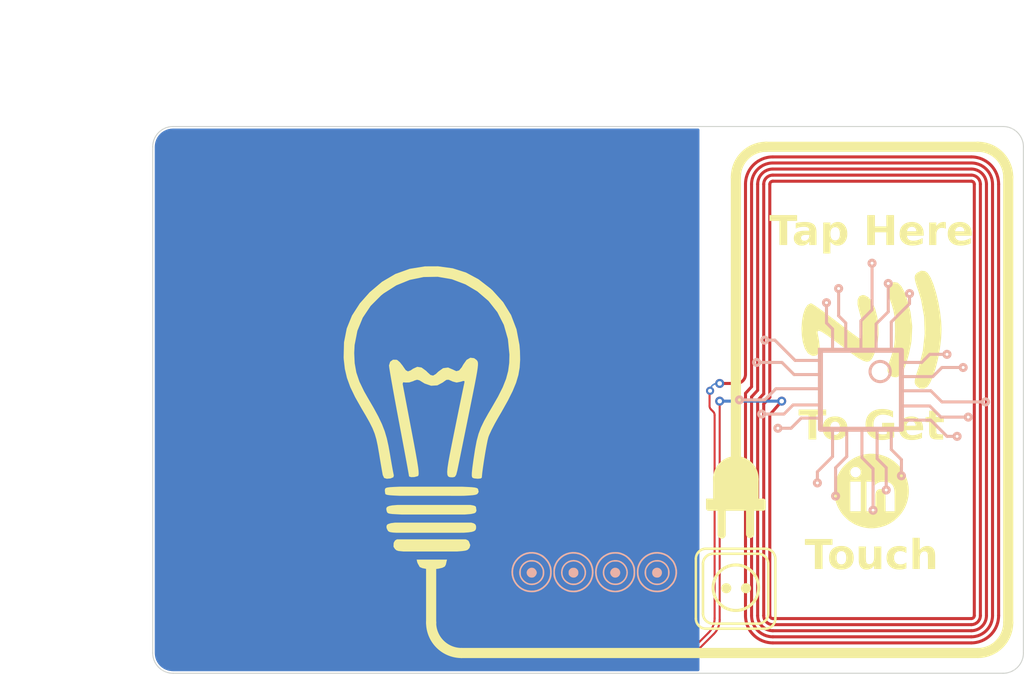
<source format=kicad_pcb>
(kicad_pcb (version 20221018) (generator pcbnew)
  (layers (0 "F.Cu" signal) (31 "B.Cu" signal) (34 "B.Paste" user) (35 "F.Paste" user) (36 "B.SilkS" user "B.Silkscreen") (37 "F.SilkS" user "F.Silkscreen") (38 "B.Mask" user) (39 "F.Mask" user) (44 "Edge.Cuts" user))
  (net 0 "")
  (net 1 "Net-(U1-VCC)")
  (net 2 "GND")
  (net 3 "Net-(D1-A)")
  (net 4 "Net-(U1-LA)")
  (net 5 "Net-(U1-LB)")
  (footprint "LED_SMD:LED_0603_1608Metric" (layer "F.Cu") (at 137.5757 78.9743 180)
    (fp_text reference "D1" hide)
    (fp_text value "LED" hide)
    (pad "1" smd roundrect (at -0.7875 0 180) (size 0.875 0.95) (layers "F.Cu" "F.Paste" "F.Mask") (net 2 "GND"))
    (pad "2" smd roundrect (at 0.7875 0 180) (size 0.875 0.95) (layers "F.Cu" "F.Paste" "F.Mask") (net 3 "Net-(D1-A)"))
  )
  (footprint "NFC_antenna:class4_13.56MHz" (layer "F.Cu") (at 184 83.45 90)
    (fp_text reference "L1" hide)
    (fp_text value "2.19uH")
    (fp_line (start -23.55 -12.75) (end -23.55 6.85) (stroke (width 0.3)) (layer "F.Cu"))
    (fp_line (start -22.95 -12.75) (end -22.95 6.85) (stroke (width 0.3)) (layer "F.Cu"))
    (fp_line (start -22.35 -12.75) (end -22.35 6.85) (stroke (width 0.3)) (layer "F.Cu"))
    (fp_line (start -21.75 -12.75) (end -21.75 6.85) (stroke (width 0.3)) (layer "F.Cu"))
    (fp_line (start -21.15 -12.75) (end -21.15 6.85) (stroke (width 0.3)) (layer "F.Cu"))
    (fp_line (start -20.85 7.15) (end 21.75 7.15) (stroke (width 0.3)) (layer "F.Cu"))
    (fp_line (start -20.85 7.75) (end 21.75 7.75) (stroke (width 0.3)) (layer "F.Cu"))
    (fp_line (start -20.85 8.35) (end 21.75 8.35) (stroke (width 0.3)) (layer "F.Cu"))
    (fp_line (start -20.85 8.95) (end 21.75 8.95) (stroke (width 0.3)) (layer "F.Cu"))
    (fp_line (start -20.85 9.55) (end 21.75 9.55) (stroke (width 0.3)) (layer "F.Cu"))
    (fp_line (start -1.025 -13.05) (end -20.85 -13.05) (stroke (width 0.3)) (layer "F.Cu"))
    (fp_line (start 0.05 -13.65) (end -20.85 -13.65) (stroke (width 0.3)) (layer "F.Cu"))
    (fp_line (start 0.325 -11.875) (end -1.025 -13.05) (stroke (width 0.3)) (layer "F.Cu"))
    (fp_line (start 0.4 -14.25) (end -20.85 -14.25) (stroke (width 0.3)) (layer "F.Cu"))
    (fp_line (start 0.7 -13.05) (end 0.05 -13.65) (stroke (width 0.3)) (layer "F.Cu"))
    (fp_line (start 0.75 -14.85) (end -20.85 -14.85) (stroke (width 0.3)) (layer "F.Cu"))
    (fp_line (start 1.05 -13.65) (end 0.4 -14.25) (stroke (width 0.3)) (layer "F.Cu"))
    (fp_line (start 1.1 -15.45) (end -20.85 -15.45) (stroke (width 0.3)) (layer "F.Cu"))
    (fp_line (start 1.4 -14.25) (end 0.75 -14.85) (stroke (width 0.3)) (layer "F.Cu"))
    (fp_line (start 1.75 -14.85) (end 1.1 -15.45) (stroke (width 0.3)) (layer "F.Cu"))
    (fp_line (start 2.075 -18) (end 2.075 -16.35) (stroke (width 0.3)) (layer "F.Cu"))
    (fp_line (start 21.75 -15.45) (end 2.975 -15.45) (stroke (width 0.3)) (layer "F.Cu"))
    (fp_line (start 21.75 -14.85) (end 1.75 -14.85) (stroke (width 0.3)) (layer "F.Cu"))
    (fp_line (start 21.75 -14.25) (end 1.4 -14.25) (stroke (width 0.3)) (layer "F.Cu"))
    (fp_line (start 21.75 -13.65) (end 1.05 -13.65) (stroke (width 0.3)) (layer "F.Cu"))
    (fp_line (start 21.75 -13.05) (end 0.7 -13.05) (stroke (width 0.3)) (layer "F.Cu"))
    (fp_line (start 22.05 6.85) (end 22.05 -12.75) (stroke (width 0.3)) (layer "F.Cu"))
    (fp_line (start 22.65 6.85) (end 22.65 -12.75) (stroke (width 0.3)) (layer "F.Cu"))
    (fp_line (start 23.25 6.85) (end 23.25 -12.75) (stroke (width 0.3)) (layer "F.Cu"))
    (fp_line (start 23.85 6.85) (end 23.85 -12.75) (stroke (width 0.3)) (layer "F.Cu"))
    (fp_line (start 24.45 6.85) (end 24.45 -12.75) (stroke (width 0.3)) (layer "F.Cu"))
    (fp_arc (start -23.55 -12.75) (mid -22.759188 -14.659188) (end -20.85 -15.45) (stroke (width 0.3)) (layer "F.Cu"))
    (fp_arc (start -22.95 -12.75) (mid -22.334924 -14.234924) (end -20.85 -14.85) (stroke (width 0.3)) (layer "F.Cu"))
    (fp_arc (start -22.35 -12.75) (mid -21.91066 -13.81066) (end -20.85 -14.25) (stroke (width 0.3)) (layer "F.Cu"))
    (fp_arc (start -21.75 -12.75) (mid -21.486396 -13.386396) (end -20.85 -13.65) (stroke (width 0.3)) (layer "F.Cu"))
    (fp_arc (start -21.15 -12.75) (mid -21.062132 -12.962132) (end -20.85 -13.05) (stroke (width 0.3)) (layer "F.Cu"))
    (fp_arc (start -20.85 7.15) (mid -21.062132 7.062132) (end -21.15 6.85) (stroke (width 0.3)) (layer "F.Cu"))
    (fp_arc (start -20.85 7.75) (mid -21.486396 7.486396) (end -21.75 6.85) (stroke (width 0.3)) (layer "F.Cu"))
    (fp_arc (start -20.85 8.35) (mid -21.91066 7.91066) (end -22.35 6.85) (stroke (width 0.3)) (layer "F.Cu"))
    (fp_arc (start -20.85 8.95) (mid -22.334924 8.334924) (end -22.95 6.85) (stroke (width 0.3)) (layer "F.Cu"))
    (fp_arc (start -20.85 9.55) (mid -22.759188 8.759188) (end -23.55 6.85) (stroke (width 0.3)) (layer "F.Cu"))
    (fp_arc (start 2.975 -15.45) (mid 2.338604 -15.713604) (end 2.075 -16.35) (stroke (width 0.3)) (layer "F.Cu"))
    (fp_arc (start 21.75 -15.45) (mid 23.659188 -14.659188) (end 24.45 -12.75) (stroke (width 0.3)) (layer "F.Cu"))
    (fp_arc (start 21.75 -14.85) (mid 23.234924 -14.234924) (end 23.85 -12.75) (stroke (width 0.3)) (layer "F.Cu"))
    (fp_arc (start 21.75 -14.25) (mid 22.81066 -13.81066) (end 23.25 -12.75) (stroke (width 0.3)) (layer "F.Cu"))
    (fp_arc (start 21.75 -13.65) (mid 22.386396 -13.386396) (end 22.65 -12.75) (stroke (width 0.3)) (layer "F.Cu"))
    (fp_arc (start 21.75 -13.05) (mid 21.962132 -12.962132) (end 22.05 -12.75) (stroke (width 0.3)) (layer "F.Cu"))
    (fp_arc (start 22.05 6.85) (mid 21.962132 7.062132) (end 21.75 7.15) (stroke (width 0.3)) (layer "F.Cu"))
    (fp_arc (start 22.65 6.85) (mid 22.386396 7.486396) (end 21.75 7.75) (stroke (width 0.3)) (layer "F.Cu"))
    (fp_arc (start 23.25 6.85) (mid 22.81066 7.91066) (end 21.75 8.35) (stroke (width 0.3)) (layer "F.Cu"))
    (fp_arc (start 23.85 6.85) (mid 23.234924 8.334924) (end 21.75 8.95) (stroke (width 0.3)) (layer "F.Cu"))
    (fp_arc (start 24.45 6.85) (mid 23.659188 8.759188) (end 21.75 9.55) (stroke (width 0.3)) (layer "F.Cu"))
    (pad "1" thru_hole circle (at 2.075 -18 90) (size 0.89 0.89) (drill 0.45) (layers "*.Cu") (net 4 "Net-(U1-LA)"))
    (pad "2" thru_hole circle (at 0.325 -18 90) (size 0.89 0.89) (drill 0.45) (layers "*.Cu") (net 5 "Net-(U1-LB)"))
    (pad "2" thru_hole circle (at 0.325 -11.875 90) (size 0.89 0.89) (drill 0.45) (layers "*.Cu") (net 5 "Net-(U1-LB)"))
  )
  (footprint "Capacitor_SMD:C_0603_1608Metric" (layer "F.Cu") (at 137.5757 86.825)
    (fp_text reference "C1" hide)
    (fp_text value "220pF" hide)
    (pad "1" smd roundrect (at -0.775 0) (size 0.9 0.95) (layers "F.Cu" "F.Paste" "F.Mask") (net 1 "Net-(U1-VCC)"))
    (pad "2" smd roundrect (at 0.775 0) (size 0.9 0.95) (layers "F.Cu" "F.Paste" "F.Mask") (net 2 "GND"))
  )
  (footprint "footprints:nfc_logo" (layer "F.Cu") (at 181.000561 76)
    (fp_text reference "G***" hide)
    (fp_text value "LOGO" hide)
  )
  (footprint "my_logos:linkedIn-circle" (layer "F.Cu") (at 180.999214 92)
    (fp_text reference "G***" hide)
    (fp_text value "LOGO" hide)
  )
  (footprint "XQFN8_NT3H1101_NXP:XQFN8_NT3H1101_NXP" (layer "F.Cu") (at 137.5757 89.225 90)
    (fp_text reference "U1" hide)
    (fp_text value "NT3H1101W0FHKH" hide)
    (pad "1" smd rect (at -0.7493 -0.500126 180) (size 0.2032 0.762) (layers "F.Cu" "F.Paste" "F.Mask") (net 4 "Net-(U1-LA)"))
    (pad "2" smd rect (at -0.7493 0 180) (size 0.2032 0.762) (layers "F.Cu" "F.Paste" "F.Mask") (net 2 "GND"))
    (pad "3" smd rect (at -0.7493 0.500126 180) (size 0.2032 0.762) (layers "F.Cu" "F.Paste" "F.Mask"))
    (pad "4" smd rect (at 0 0.7493 90) (size 0.2032 0.762) (layers "F.Cu" "F.Paste" "F.Mask"))
    (pad "5" smd rect (at 0.7493 0.500126 180) (size 0.2032 0.762) (layers "F.Cu" "F.Paste" "F.Mask"))
    (pad "6" smd rect (at 0.7493 0 180) (size 0.2032 0.762) (layers "F.Cu" "F.Paste" "F.Mask") (net 1 "Net-(U1-VCC)"))
    (pad "7" smd rect (at 0.7493 -0.500126 180) (size 0.2032 0.762) (layers "F.Cu" "F.Paste" "F.Mask") (net 1 "Net-(U1-VCC)"))
    (pad "8" smd rect (at 0 -0.7493 90) (size 0.2032 0.762) (layers "F.Cu" "F.Paste" "F.Mask") (net 5 "Net-(U1-LB)"))
  )
  (footprint "my_logos:Bulb_light" (layer "F.Cu") (at 137.570047 84.7243)
    (fp_text reference "G***" hide)
    (fp_text value "LOGO" hide)
  )
  (footprint "my_logos:bulb_sparks" (layer "F.Cu") (at 137.612674 74.7243)
    (fp_text reference "G***" hide)
    (fp_text value "LOGO" hide)
    (fp_poly (pts (xy 19.045245 -4.829004) (xy 19.609944 -4.417568) (xy 19.939761 -4.127164) (xy 20.02875 -3.963285) (xy 20.007518 -3.939573) (xy 19.800625 -3.870105) (xy 19.383502 -3.75984) (xy 18.822219 -3.625504) (xy 18.344444 -3.51859) (xy 17.734479 -3.382986) (xy 17.234587 -3.266152) (xy 16.904281 -3.182353) (xy 16.802396 -3.148905) (xy 16.869339 -3.039744) (xy 17.101736 -2.795442) (xy 17.451783 -2.465714) (xy 17.507951 -2.415122) (xy 18.273889 -1.728971) (xy 16.862777 -1.642244) (xy 16.071106 -1.59614) (xy 15.149812 -1.546343) (xy 14.25125 -1.50097) (xy 13.899444 -1.484366) (xy 12.347222 -1.413216) (xy 14.040555 -1.995927) (xy 14.684929 -2.220107) (xy 15.226501 -2.413131) (xy 15.612571 -2.555881) (xy 15.790433 -2.629239) (xy 15.795275 -2.632464) (xy 15.740369 -2.753382) (xy 15.53383 -3.007271) (xy 15.329956 -3.225687) (xy 14.803251 -3.765082) (xy 16.352407 -4.692294) (xy 17.901564 -5.619506)) (fill solid) (layer "F.Cu"))
    (fp_poly (pts (xy -8.87193 9.468763) (xy -9.148255 9.696077) (xy -9.571374 10.021513) (xy -10.099702 10.412333) (xy -10.167338 10.461448) (xy -11.600875 11.500399) (xy -10.876578 11.829062) (xy -10.152281 12.157725) (xy -10.714322 12.816918) (xy -11.126156 13.289299) (xy -11.609746 13.828953) (xy -11.952903 14.202967) (xy -12.629445 14.929823) (xy -13.875881 14.532271) (xy -14.427574 14.35179) (xy -14.869457 14.198734) (xy -15.137987 14.095531) (xy -15.187814 14.069223) (xy -15.098888 13.977867) (xy -14.808788 13.775788) (xy -14.361593 13.491909) (xy -13.801379 13.155154) (xy -13.740341 13.119393) (xy -12.227371 12.235059) (xy -13.133963 11.776194) (xy -13.596117 11.537532) (xy -13.837957 11.387778) (xy -13.892148 11.290735) (xy -13.791356 11.210207) (xy -13.687778 11.162509) (xy -13.324792 11.012438) (xy -12.80092 10.807762) (xy -12.166097 10.566713) (xy -11.47026 10.307519) (xy -10.763345 10.04841) (xy -10.095287 9.807616) (xy -9.516023 9.603367) (xy -9.075488 9.453892) (xy -8.823619 9.377422) (xy -8.783984 9.372313)) (fill solid) (layer "F.Cu"))
    (fp_poly (pts (xy 10.198324 11.500556) (xy 11.53688 12.911667) (xy 11.718894 12.276667) (xy 11.849199 11.871485) (xy 11.967765 11.582705) (xy 12.006472 11.519372) (xy 12.155487 11.548318) (xy 12.486858 11.715177) (xy 12.953558 11.993446) (xy 13.508556 12.356623) (xy 13.585468 12.409191) (xy 15.058903 13.421304) (xy 14.822624 14.751554) (xy 14.714953 15.329446) (xy 14.619106 15.793041) (xy 14.548745 16.078677) (xy 14.525117 16.137614) (xy 14.42212 16.053576) (xy 14.185326 15.783793) (xy 13.848964 15.369274) (xy 13.447263 14.851026) (xy 13.408161 14.79949) (xy 13.003836 14.268706) (xy 12.665965 13.83097) (xy 12.428009 13.529214) (xy 12.32343 13.406371) (xy 12.32176 13.405556) (xy 12.268388 13.528605) (xy 12.16064 13.84839) (xy 12.045903 14.216945) (xy 11.899234 14.670052) (xy 11.770667 15.011928) (xy 11.703267 15.145036) (xy 11.639709 15.134936) (xy 11.520654 14.996179) (xy 11.334484 14.708646) (xy 11.069577 14.252219) (xy 10.714316 13.606781) (xy 10.257081 12.752212) (xy 9.686251 11.668395) (xy 9.598354 11.500556) (xy 8.859769 10.089445)) (fill solid) (layer "F.Cu"))
    (fp_poly (pts (xy -19.362701 -7.391908) (xy -19.043277 -7.15539) (xy -18.606492 -6.805974) (xy -18.12483 -6.401837) (xy -17.551079 -5.918003) (xy -17.155375 -5.624743) (xy -16.903507 -5.52663) (xy -16.761267 -5.628238) (xy -16.694444 -5.934138) (xy -16.668828 -6.448903) (xy -16.665177 -6.596944) (xy -16.632406 -6.963401) (xy -16.566636 -7.175539) (xy -16.535869 -7.196666) (xy -16.406891 -7.093405) (xy -16.14106 -6.81229) (xy -15.777226 -6.396321) (xy -15.356594 -5.891389) (xy -14.844627 -5.265486) (xy -14.308486 -4.613563) (xy -13.82307 -4.026533) (xy -13.554623 -3.704166) (xy -13.223309 -3.299424) (xy -12.986072 -2.992534) (xy -12.881147 -2.833636) (xy -12.882086 -2.822222) (xy -13.015251 -2.899344) (xy -13.332142 -3.110055) (xy -13.787213 -3.42337) (xy -14.334919 -3.808305) (xy -14.411243 -3.862485) (xy -15.875 -4.902747) (xy -16.001815 -4.179985) (xy -16.078587 -3.765259) (xy -16.137901 -3.485695) (xy -16.158237 -3.418393) (xy -16.292136 -3.453532) (xy -16.636498 -3.577467) (xy -17.14093 -3.771267) (xy -17.755042 -4.016003) (xy -17.830589 -4.046627) (xy -19.473334 -4.713691) (xy -19.473334 -5.441595) (xy -19.492677 -6.032857) (xy -19.541163 -6.642285) (xy -19.56307 -6.824194) (xy -19.592739 -7.23224) (xy -19.553349 -7.455528) (xy -19.517391 -7.478889)) (fill solid) (layer "F.Cu"))
    (fp_poly (pts (xy 2.656824 -14.20912) (xy 2.681111 -14.190383) (xy 2.599496 -14.044685) (xy 2.377676 -13.725483) (xy 2.050189 -13.280891) (xy 1.678934 -12.794303) (xy 0.676756 -11.500555) (xy 1.692265 -11.379831) (xy 2.165407 -11.309024) (xy 2.486146 -11.232416) (xy 2.595068 -11.164863) (xy 2.588608 -11.15566) (xy 2.452399 -11.031194) (xy 2.143537 -10.745737) (xy 1.695868 -10.330672) (xy 1.143236 -9.817384) (xy 0.519488 -9.237256) (xy 0.458611 -9.180596) (xy -0.159103 -8.609593) (xy -0.699981 -8.117152) (xy -1.132891 -7.730995) (xy -1.426701 -7.478842) (xy -1.550278 -7.388412) (xy -1.552223 -7.390182) (xy -1.482142 -7.534606) (xy -1.290987 -7.869427) (xy -1.007384 -8.345797) (xy -0.659959 -8.914869) (xy -0.635 -8.955278) (xy -0.284471 -9.527871) (xy 0.004239 -10.009958) (xy 0.202546 -10.35305) (xy 0.281864 -10.508655) (xy 0.282222 -10.511253) (xy 0.15461 -10.550856) (xy -0.174351 -10.577037) (xy -0.488481 -10.583333) (xy -1.259183 -10.583333) (xy -0.689481 -12.241389) (xy -0.464175 -12.883443) (xy -0.264822 -13.426337) (xy -0.112238 -13.815088) (xy -0.027234 -13.994714) (xy -0.024612 -13.997771) (xy 0.149244 -14.054415) (xy 0.515423 -14.110968) (xy 1.000372 -14.162195) (xy 1.530538 -14.202859) (xy 2.03237 -14.227726) (xy 2.432316 -14.231558)) (fill solid) (layer "F.Cu"))
    (fp_poly (pts (xy -17.912073 1.453758) (xy -17.513849 1.513571) (xy -16.926316 1.61119) (xy -16.192834 1.738603) (xy -15.356763 1.887795) (xy -14.461465 2.050753) (xy -13.5503 2.219463) (xy -12.666628 2.385912) (xy -11.853809 2.542086) (xy -11.155205 2.67997) (xy -10.614175 2.791553) (xy -10.27408 2.868819) (xy -10.17624 2.900056) (xy -10.227917 2.957103) (xy -10.312871 2.965066) (xy -10.591362 2.979091) (xy -11.065985 3.014849) (xy -11.681878 3.067075) (xy -12.38418 3.130508) (xy -13.118029 3.199884) (xy -13.828565 3.269941) (xy -14.460925 3.335415) (xy -14.960248 3.391044) (xy -15.271674 3.431566) (xy -15.348503 3.448133) (xy -15.300296 3.580935) (xy -15.118883 3.875142) (xy -14.842927 4.268304) (xy -14.829219 4.286898) (xy -14.539775 4.695167) (xy -14.332697 5.018671) (xy -14.252239 5.188207) (xy -14.252223 5.189157) (xy -14.378292 5.260058) (xy -14.721593 5.396979) (xy -15.22977 5.582451) (xy -15.850464 5.799006) (xy -16.531318 6.029174) (xy -17.219974 6.255488) (xy -17.864074 6.460478) (xy -18.411262 6.626675) (xy -18.809178 6.736612) (xy -18.999474 6.773049) (xy -19.131773 6.672607) (xy -19.411693 6.397073) (xy -19.802227 5.98481) (xy -20.26637 5.474181) (xy -20.428715 5.291382) (xy -21.736873 3.81) (xy -19.191529 3.81) (xy -16.646184 3.81) (xy -17.425447 2.646063) (xy -17.740982 2.153154) (xy -17.968697 1.754763) (xy -18.080915 1.502082) (xy -18.077628 1.439765)) (fill solid) (layer "F.Cu"))
    (fp_poly (pts (xy -11.993174 -13.614574) (xy -10.782441 -11.0921) (xy -10.016775 -12.452901) (xy -9.704716 -12.991575) (xy -9.441154 -13.41675) (xy -9.256252 -13.681679) (xy -9.182781 -13.745373) (xy -9.124644 -13.593952) (xy -9.004568 -13.213332) (xy -8.833881 -12.643805) (xy -8.623913 -11.925665) (xy -8.385995 -11.099204) (xy -8.131454 -10.204715) (xy -7.871622 -9.282491) (xy -7.617828 -8.372825) (xy -7.381401 -7.516011) (xy -7.173671 -6.75234) (xy -7.005968 -6.122106) (xy -6.889621 -5.665603) (xy -6.83596 -5.423122) (xy -6.834769 -5.39486) (xy -6.919331 -5.493633) (xy -7.12419 -5.79925) (xy -7.426345 -6.275419) (xy -7.802796 -6.885848) (xy -8.230541 -7.594246) (xy -8.261397 -7.645873) (xy -8.697097 -8.372657) (xy -9.08656 -9.017199) (xy -9.405512 -9.539742) (xy -9.629683 -9.900529) (xy -9.7348 -10.059803) (xy -9.735998 -10.061209) (xy -9.840802 -9.998446) (xy -10.033662 -9.733125) (xy -10.279125 -9.316449) (xy -10.371082 -9.143987) (xy -10.621396 -8.664927) (xy -10.8176 -8.293744) (xy -10.927044 -8.092054) (xy -10.938358 -8.07344) (xy -11.042587 -8.152686) (xy -11.304586 -8.399042) (xy -11.687712 -8.775036) (xy -12.155323 -9.243199) (xy -12.670776 -9.766059) (xy -13.197429 -10.306145) (xy -13.69864 -10.825986) (xy -14.137766 -11.288113) (xy -14.478164 -11.655053) (xy -14.683193 -11.889336) (xy -14.722426 -11.943062) (xy -14.718634 -12.175374) (xy -14.587188 -12.653067) (xy -14.329816 -13.370703) (xy -14.021879 -14.144486) (xy -13.203907 -16.137047)) (fill solid) (layer "F.Cu"))
    (fp_poly (pts (xy 12.446406 -13.932141) (xy 12.85906 -13.87828) (xy 13.418324 -13.784869) (xy 14.060204 -13.66471) (xy 14.720708 -13.530608) (xy 15.33584 -13.395368) (xy 15.841609 -13.271792) (xy 16.17402 -13.172685) (xy 16.264924 -13.129198) (xy 16.190351 -13.021893) (xy 15.918066 -12.780249) (xy 15.481882 -12.431313) (xy 14.915611 -12.002138) (xy 14.254091 -11.520506) (xy 13.583703 -11.036141) (xy 13.000652 -10.605053) (xy 12.540972 -10.254698) (xy 12.2407 -10.012529) (xy 12.13582 -9.906652) (xy 12.260259 -9.821094) (xy 12.595618 -9.669732) (xy 13.085316 -9.476719) (xy 13.476375 -9.334433) (xy 14.038445 -9.127268) (xy 14.484527 -8.945927) (xy 14.758069 -8.814404) (xy 14.816666 -8.765739) (xy 14.695545 -8.68708) (xy 14.357195 -8.505315) (xy 13.839139 -8.238793) (xy 13.178898 -7.905866) (xy 12.413994 -7.524883) (xy 11.581949 -7.114194) (xy 10.720285 -6.692151) (xy 9.866523 -6.277103) (xy 9.058186 -5.887401) (xy 8.332794 -5.541396) (xy 7.72787 -5.257437) (xy 7.280936 -5.053874) (xy 7.029513 -4.949059) (xy 6.991733 -4.938889) (xy 7.062669 -5.026613) (xy 7.316968 -5.271421) (xy 7.724542 -5.645762) (xy 8.255306 -6.12209) (xy 8.879173 -6.672855) (xy 9.021014 -6.796982) (xy 9.663175 -7.365319) (xy 10.219539 -7.871628) (xy 10.659528 -8.286917) (xy 10.952568 -8.582192) (xy 11.068083 -8.728461) (xy 11.067214 -8.73726) (xy 10.903697 -8.818385) (xy 10.542742 -8.959316) (xy 10.055338 -9.132691) (xy 9.937706 -9.172633) (xy 8.8885 -9.525821) (xy 10.462838 -11.689983) (xy 10.967648 -12.373492) (xy 11.427617 -12.97678) (xy 11.813189 -13.46262) (xy 12.094803 -13.793786) (xy 12.242902 -13.933052) (xy 12.244355 -13.933646)) (fill solid) (layer "F.Cu"))
    (fp_poly (pts (xy 15.107567 3.047603) (xy 15.670765 3.057167) (xy 16.354746 3.074344) (xy 17.106505 3.097318) (xy 17.873035 3.124274) (xy 18.601331 3.153395) (xy 19.238388 3.182865) (xy 19.731198 3.210867) (xy 20.026758 3.235587) (xy 20.087397 3.248121) (xy 20.171287 3.405398) (xy 20.33021 3.762199) (xy 20.541777 4.262737) (xy 20.7836 4.851224) (xy 21.033289 5.471874) (xy 21.268454 6.068899) (xy 21.466708 6.586512) (xy 21.605662 6.968925) (xy 21.662925 7.160353) (xy 21.662032 7.171671) (xy 21.517193 7.149177) (xy 21.175345 7.047283) (xy 20.703462 6.886402) (xy 20.579402 6.841682) (xy 19.990085 6.627587) (xy 19.250081 6.359494) (xy 18.474246 6.078986) (xy 18.04494 5.924047) (xy 16.545992 5.383518) (xy 16.936027 6.925093) (xy 17.089329 7.537518) (xy 17.210633 8.034651) (xy 17.286857 8.362) (xy 17.306086 8.466413) (xy 17.183378 8.39923) (xy 16.845474 8.20912) (xy 16.32229 7.913049) (xy 15.643743 7.527984) (xy 14.839748 7.070888) (xy 13.940222 6.558728) (xy 13.546666 6.334438) (xy 12.60949 5.798733) (xy 11.750073 5.304695) (xy 10.999535 4.870431) (xy 10.388994 4.514052) (xy 9.949571 4.253664) (xy 9.712383 4.107378) (xy 9.681436 4.085184) (xy 9.771796 4.082306) (xy 10.096787 4.142299) (xy 10.617994 4.256646) (xy 11.297004 4.416833) (xy 12.095403 4.614342) (xy 12.283221 4.661948) (xy 13.11788 4.870494) (xy 13.855896 5.047434) (xy 14.455058 5.183261) (xy 14.873158 5.268471) (xy 15.067985 5.293555) (xy 15.076074 5.290962) (xy 15.069387 5.134788) (xy 14.99337 4.778628) (xy 14.863409 4.291701) (xy 14.823722 4.155722) (xy 14.681059 3.652554) (xy 14.585018 3.269023) (xy 14.551796 3.071393) (xy 14.555543 3.058582) (xy 14.718158 3.04747)) (fill solid) (layer "F.Cu"))
  )
  (footprint "Resistor_SMD:R_0603_1608Metric" (layer "F.Cu") (at 137.5757 85.325)
    (fp_text reference "R1" hide)
    (fp_text value "47R" hide)
    (pad "1" smd roundrect (at -0.825 0) (size 0.8 0.95) (layers "F.Cu" "F.Paste" "F.Mask") (net 1 "Net-(U1-VCC)"))
    (pad "2" smd roundrect (at 0.825 0) (size 0.8 0.95) (layers "F.Cu" "F.Paste" "F.Mask") (net 3 "Net-(D1-A)"))
  )
  (footprint "my_logos:suns_16x4mm" (layer "B.Cu") (at 153.61348 100 180)
    (fp_text reference "G***" hide)
    (fp_text value "LOGO" hide)
  )
  (gr_line (start 171.55 81.9) (end 170.45 83) (stroke (width 0.3)) (layer "B.SilkS"))
  (gr_line (start 175.95 83.5) (end 173.25 83.5) (stroke (width 0.3)) (layer "B.SilkS"))
  (gr_rect (start 175.95 78.1) (end 183.95 85.9) (stroke (width 0.5)) (fill none) (layer "B.SilkS"))
  (gr_line (start 173.35 80.5) (end 172.15 79.3) (stroke (width 0.3)) (layer "B.SilkS"))
  (gr_line (start 186.85 82.1) (end 187.95 83.2) (stroke (width 0.3)) (layer "B.SilkS"))
  (gr_line (start 187.85 84.7) (end 190.25 84.7) (stroke (width 0.3)) (layer "B.SilkS"))
  (gr_line (start 171.45 77.1) (end 170.75 77.1) (stroke (width 0.3)) (layer "B.SilkS"))
  (gr_line (start 178.45 78.1) (end 178.45 75.4) (stroke (width 0.3)) (layer "B.SilkS"))
  (gr_line (start 177.45 89.7) (end 177.45 92.2) (stroke (width 0.3)) (layer "B.SilkS"))
  (gr_line (start 182.95 87.9) (end 183.95 88.9) (stroke (width 0.3)) (layer "B.SilkS"))
  (gr_line (start 177.15 78.1) (end 177.15 76) (stroke (width 0.3)) (layer "B.SilkS"))
  (gr_line (start 181.05 74.1) (end 181.05 69.8) (stroke (width 0.3)) (layer "B.SilkS"))
  (gr_line (start 183.95 80.7) (end 187.05 80.7) (stroke (width 0.3)) (layer "B.SilkS"))
  (gr_circle (center 170.15 84.4) (end 170.45 84.4) (stroke (width 0.3)) (fill none) (layer "B.SilkS"))
  (gr_line (start 179.95 75.2) (end 181.05 74.1) (stroke (width 0.3)) (layer "B.SilkS"))
  (gr_line (start 182.95 75.3) (end 184.75 73.5) (stroke (width 0.3)) (layer "B.SilkS"))
  (gr_line (start 188.45 86.6) (end 189.15 86.6) (stroke (width 0.3)) (layer "B.SilkS"))
  (gr_line (start 180.05 85.9) (end 180.05 88.7) (stroke (width 0.3)) (layer "B.SilkS"))
  (gr_line (start 175.65 90.1) (end 175.65 90.9) (stroke (width 0.3)) (layer "B.SilkS"))
  (gr_line (start 175.95 84.8) (end 174.05 84.8) (stroke (width 0.3)) (layer "B.SilkS"))
  (gr_line (start 180.05 88.7) (end 181.15 89.8) (stroke (width 0.3)) (layer "B.SilkS"))
  (gr_line (start 182.65 74.3) (end 182.65 71.8) (stroke (width 0.3)) (layer "B.SilkS"))
  (gr_circle (center 181.85 80.2) (end 182.85 80.2) (stroke (width 0.3)) (fill none) (layer "B.SilkS"))
  (gr_line (start 183.95 83.6) (end 186.75 83.6) (stroke (width 0.3)) (layer "B.SilkS"))
  (gr_line (start 186.85 85) (end 188.45 86.6) (stroke (width 0.3)) (layer "B.SilkS"))
  (gr_line (start 177.15 76) (end 176.55 75.4) (stroke (width 0.3)) (layer "B.SilkS"))
  (gr_line (start 181.55 88.8) (end 182.45 89.7) (stroke (width 0.3)) (layer "B.SilkS"))
  (gr_line (start 175.95 79.1) (end 173.45 79.1) (stroke (width 0.3)) (layer "B.SilkS"))
  (gr_line (start 178.45 75.4) (end 177.75 74.7) (stroke (width 0.3)) (layer "B.SilkS"))
  (gr_line (start 186.75 83.6) (end 187.85 84.7) (stroke (width 0.3)) (layer "B.SilkS"))
  (gr_line (start 187.95 79.8) (end 189.75 79.8) (stroke (width 0.3)) (layer "B.SilkS"))
  (gr_line (start 173.05 85.8) (end 172.05 85.8) (stroke (width 0.3)) (layer "B.SilkS"))
  (gr_line (start 184.75 73.5) (end 184.75 72.8) (stroke (width 0.3)) (layer "B.SilkS"))
  (gr_line (start 182.45 89.7) (end 182.45 91.6) (stroke (width 0.3)) (layer "B.SilkS"))
  (gr_line (start 172.15 79.3) (end 169.95 79.3) (stroke (width 0.3)) (layer "B.SilkS"))
  (gr_circle (center 167.95 83) (end 168.25 83) (stroke (width 0.3)) (fill none) (layer "B.SilkS"))
  (gr_circle (center 192.25 83.2) (end 191.95 83.2) (stroke (width 0.3)) (fill none) (layer "B.SilkS"))
  (gr_line (start 181.45 78.1) (end 181.45 75.5) (stroke (width 0.3)) (layer "B.SilkS"))
  (gr_line (start 183.95 79.3) (end 185.95 79.3) (stroke (width 0.3)) (layer "B.SilkS"))
  (gr_circle (center 183.95 90.5) (end 183.95 90.2) (stroke (width 0.3)) (fill none) (layer "B.SilkS"))
  (gr_line (start 183.95 85) (end 186.85 85) (stroke (width 0.3)) (layer "B.SilkS"))
  (gr_circle (center 182.65 71.5) (end 182.65 71.8) (stroke (width 0.3)) (fill none) (layer "B.SilkS"))
  (gr_circle (center 182.45 91.9) (end 182.45 91.6) (stroke (width 0.3)) (fill none) (layer "B.SilkS"))
  (gr_line (start 181.45 75.5) (end 182.65 74.3) (stroke (width 0.3)) (layer "B.SilkS"))
  (gr_line (start 177.15 85.9) (end 177.15 88.6) (stroke (width 0.3)) (layer "B.SilkS"))
  (gr_line (start 183.95 88.9) (end 183.95 90.2) (stroke (width 0.3)) (layer "B.SilkS"))
  (gr_circle (center 177.45 92.5) (end 177.45 92.2) (stroke (width 0.3)) (fill none) (layer "B.SilkS"))
  (gr_line (start 175.95 81.9) (end 171.55 81.9) (stroke (width 0.3)) (layer "B.SilkS"))
  (gr_circle (center 181.05 69.5) (end 181.05 69.8) (stroke (width 0.3)) (fill none) (layer "B.SilkS"))
  (gr_line (start 182.95 85.9) (end 182.95 87.9) (stroke (width 0.3)) (layer "B.SilkS"))
  (gr_line (start 187.95 83.2) (end 191.95 83.2) (stroke (width 0.3)) (layer "B.SilkS"))
  (gr_line (start 174.05 84.8) (end 173.05 85.8) (stroke (width 0.3)) (layer "B.SilkS"))
  (gr_line (start 176.55 75.4) (end 176.55 73.7) (stroke (width 0.3)) (layer "B.SilkS"))
  (gr_circle (center 189.45 86.6) (end 189.15 86.6) (stroke (width 0.3)) (fill none) (layer "B.SilkS"))
  (gr_line (start 173.45 79.1) (end 171.45 77.1) (stroke (width 0.3)) (layer "B.SilkS"))
  (gr_line (start 185.95 79.3) (end 186.75 78.5) (stroke (width 0.3)) (layer "B.SilkS"))
  (gr_circle (center 177.75 72) (end 177.75 72.3) (stroke (width 0.3)) (fill none) (layer "B.SilkS"))
  (gr_line (start 181.55 85.9) (end 181.55 88.8) (stroke (width 0.3)) (layer "B.SilkS"))
  (gr_circle (center 188.45 78.5) (end 188.15 78.5) (stroke (width 0.3)) (fill none) (layer "B.SilkS"))
  (gr_line (start 187.05 80.7) (end 187.95 79.8) (stroke (width 0.3)) (layer "B.SilkS"))
  (gr_circle (center 176.55 73.4) (end 176.55 73.7) (stroke (width 0.3)) (fill none) (layer "B.SilkS"))
  (gr_line (start 172.35 84.4) (end 170.45 84.4) (stroke (width 0.3)) (layer "B.SilkS"))
  (gr_line (start 186.75 78.5) (end 188.15 78.5) (stroke (width 0.3)) (layer "B.SilkS"))
  (gr_line (start 183.95 82.1) (end 186.85 82.1) (stroke (width 0.3)) (layer "B.SilkS"))
  (gr_circle (center 190.55 84.7) (end 190.25 84.7) (stroke (width 0.3)) (fill none) (layer "B.SilkS"))
  (gr_line (start 177.75 74.7) (end 177.75 72.3) (stroke (width 0.3)) (layer "B.SilkS"))
  (gr_line (start 178.55 88.6) (end 177.45 89.7) (stroke (width 0.3)) (layer "B.SilkS"))
  (gr_circle (center 181.15 93.9) (end 181.15 93.6) (stroke (width 0.3)) (fill none) (layer "B.SilkS"))
  (gr_circle (center 175.65 91.2) (end 175.65 90.9) (stroke (width 0.3)) (fill none) (layer "B.SilkS"))
  (gr_circle (center 169.65 79.3) (end 169.95 79.3) (stroke (width 0.3)) (fill none) (layer "B.SilkS"))
  (gr_line (start 182.95 78.1) (end 182.95 75.3) (stroke (width 0.3)) (layer "B.SilkS"))
  (gr_circle (center 170.45 77.1) (end 170.75 77.1) (stroke (width 0.3)) (fill none) (layer "B.SilkS"))
  (gr_line (start 179.95 78.1) (end 179.95 75.2) (stroke (width 0.3)) (layer "B.SilkS"))
  (gr_line (start 175.95 80.5) (end 173.35 80.5) (stroke (width 0.3)) (layer "B.SilkS"))
  (gr_line (start 173.25 83.5) (end 172.35 84.4) (stroke (width 0.3)) (layer "B.SilkS"))
  (gr_line (start 170.45 83) (end 168.25 83) (stroke (width 0.3)) (layer "B.SilkS"))
  (gr_circle (center 190.05 79.8) (end 189.75 79.8) (stroke (width 0.3)) (fill none) (layer "B.SilkS"))
  (gr_circle (center 184.75 72.5) (end 184.75 72.8) (stroke (width 0.3)) (fill none) (layer "B.SilkS"))
  (gr_line (start 181.15 89.8) (end 181.15 93.6) (stroke (width 0.3)) (layer "B.SilkS"))
  (gr_circle (center 171.75 85.8) (end 172.05 85.8) (stroke (width 0.3)) (fill none) (layer "B.SilkS"))
  (gr_line (start 177.15 88.6) (end 175.65 90.1) (stroke (width 0.3)) (layer "B.SilkS"))
  (gr_line (start 178.55 85.9) (end 178.55 88.6) (stroke (width 0.3)) (layer "B.SilkS"))
  (gr_line (start 137.5 105) (end 137.5 99.575) (stroke (width 1)) (layer "F.SilkS"))
  (gr_line (start 194.5 105) (end 194.5 61) (stroke (width 1)) (layer "F.SilkS"))
  (gr_rect (start 165.6 90.8) (end 169.6 93.6) (stroke (width 0.5)) (fill solid) (layer "F.SilkS"))
  (gr_line (start 164.65 97.7) (end 170.5 97.7) (stroke (width 0.25)) (layer "F.SilkS"))
  (gr_arc (start 170.8 104.1) (mid 170.507107 104.807107) (end 169.8 105.1) (stroke (width 0.25)) (layer "F.SilkS"))
  (gr_circle (center 167.6 90.8) (end 169.6 90.8) (stroke (width 0.5)) (fill solid) (layer "F.SilkS"))
  (gr_line (start 169 93.9) (end 169 96.25) (stroke (width 0.8)) (layer "F.SilkS"))
  (gr_line (start 167.6 61) (end 167.6 88.8) (stroke (width 1)) (layer "F.SilkS"))
  (gr_arc (start 165.35 105.1) (mid 164.642893 104.807107) (end 164.35 104.1) (stroke (width 0.25)) (layer "F.SilkS"))
  (gr_arc (start 164.65 105.6) (mid 163.942893 105.307107) (end 163.65 104.6) (stroke (width 0.25)) (layer "F.SilkS"))
  (gr_arc (start 169.8 98.2) (mid 170.507107 98.492893) (end 170.8 99.2) (stroke (width 0.25)) (layer "F.SilkS"))
  (gr_line (start 191.5 108) (end 140.5 108) (stroke (width 1)) (layer "F.SilkS"))
  (gr_rect (start 164.9 93) (end 170.3 93.7) (stroke (width 0.5)) (fill solid) (layer "F.SilkS"))
  (gr_line (start 169.8 105.1) (end 165.35 105.1) (stroke (width 0.25)) (layer "F.SilkS"))
  (gr_line (start 171.5 98.7) (end 171.5 104.6) (stroke (width 0.25)) (layer "F.SilkS"))
  (gr_arc (start 170.5 97.7) (mid 171.207107 97.992893) (end 171.5 98.7) (stroke (width 0.25)) (layer "F.SilkS"))
  (gr_circle (center 166.65 101.6) (end 166.9 101.6) (stroke (width 0.5)) (fill solid) (layer "F.SilkS"))
  (gr_line (start 166.2 93.9) (end 166.2 96.3) (stroke (width 0.8)) (layer "F.SilkS"))
  (gr_arc (start 167.6 61) (mid 168.47868 58.87868) (end 170.6 58) (stroke (width 1)) (layer "F.SilkS"))
  (gr_line (start 170.5 105.6) (end 164.65 105.6) (stroke (width 0.25)) (layer "F.SilkS"))
  (gr_circle (center 168.6 101.6) (end 168.85 101.6) (stroke (width 0.5)) (fill solid) (layer "F.SilkS"))
  (gr_arc (start 163.65 98.7) (mid 163.942893 97.992893) (end 164.65 97.7) (stroke (width 0.25)) (layer "F.SilkS"))
  (gr_line (start 163.65 104.6) (end 163.65 98.7) (stroke (width 0.25)) (layer "F.SilkS"))
  (gr_arc (start 164.35 99.2) (mid 164.642893 98.492893) (end 165.35 98.2) (stroke (width 0.25)) (layer "F.SilkS"))
  (gr_line (start 191.5 58) (end 170.6 58) (stroke (width 1)) (layer "F.SilkS"))
  (gr_arc (start 171.5 104.6) (mid 171.207107 105.307107) (end 170.5 105.6) (stroke (width 0.25)) (layer "F.SilkS"))
  (gr_line (start 164.35 104.1) (end 164.35 99.2) (stroke (width 0.25)) (layer "F.SilkS"))
  (gr_line (start 170.8 99.2) (end 170.8 104.1) (stroke (width 0.25)) (layer "F.SilkS"))
  (gr_circle (center 167.6 101.55) (end 169.85 101.55) (stroke (width 0.3)) (fill none) (layer "F.SilkS"))
  (gr_line (start 165.35 98.2) (end 169.8 98.2) (stroke (width 0.25)) (layer "F.SilkS"))
  (gr_arc (start 191.5 58) (mid 193.62132 58.87868) (end 194.5 61) (stroke (width 1)) (layer "F.SilkS"))
  (gr_arc (start 140.5 108) (mid 138.37868 107.12132) (end 137.5 105) (stroke (width 1)) (layer "F.SilkS"))
  (gr_arc (start 194.5 105) (mid 193.62132 107.12132) (end 191.5 108) (stroke (width 1)) (layer "F.SilkS"))
  (gr_arc (start 196 108) (mid 195.414214 109.414214) (end 194 110) (stroke (width 0.1)) (layer "Edge.Cuts"))
  (gr_line (start 194 56) (end 112 56) (stroke (width 0.1)) (layer "Edge.Cuts"))
  (gr_arc (start 194 56) (mid 195.414214 56.585786) (end 196 58) (stroke (width 0.1)) (layer "Edge.Cuts"))
  (gr_arc (start 110 58) (mid 110.585786 56.585786) (end 112 56) (stroke (width 0.1)) (layer "Edge.Cuts"))
  (gr_line (start 110 58) (end 110 108) (stroke (width 0.1)) (layer "Edge.Cuts"))
  (gr_line (start 196 108) (end 196 58) (stroke (width 0.1)) (layer "Edge.Cuts"))
  (gr_line (start 112 110) (end 194 110) (stroke (width 0.1)) (layer "Edge.Cuts"))
  (gr_arc (start 112 110) (mid 110.585786 109.414214) (end 110 108) (stroke (width 0.1)) (layer "Edge.Cuts"))
  (gr_text "To Get" (at 181 85.70717) (layer "F.SilkS") (effects (font (size 2.9 2.9) (thickness 0.2) bold)))
  (gr_text "Touch" (at 181 98.5) (layer "F.SilkS") (effects (font (size 2.9 2.9) (thickness 0.2) bold)))
  (gr_text "Tap Here" (at 181 66.5) (layer "F.SilkS") (effects (font (size 2.9 2.9) (thickness 0.2) bold)))
  (segment (start 137.075574 88.4757) (end 137.075574 87.099874) (width 0.2) (layer "F.Cu") (net 1))
  (segment (start 136.7507 85.325) (end 136.7507 86.70429) (width 0.2) (layer "F.Cu") (net 1))
  (segment (start 137.075574 88.4757) (end 137.5757 88.4757) (width 0.2) (layer "F.Cu") (net 1))
  (arc (start 137.075574 87.099874) (mid 136.995065 86.905509) (end 136.8007 86.825) (width 0.2) (layer "F.Cu") (net 1))
  (arc (start 136.7507 86.70429) (mid 136.763694 86.769618) (end 136.8007 86.825) (width 0.2) (layer "F.Cu") (net 1))
  (segment (start 141.525 80.575) (end 141.525 81.634517) (width 0.2) (layer "F.Cu") (net 2))
  (segment (start 139.275 91.125) (end 139.275 88.285019) (width 0.2) (layer "F.Cu") (net 2))
  (segment (start 139.6139 80.225) (end 141.175 80.225) (width 0.2) (layer "F.Cu") (net 2))
  (segment (start 137.575 89.9743) (end 137.575 91.575) (width 0.2) (layer "F.Cu") (net 2))
  (segment (start 137.5757 89.9743) (end 137.575 89.9743) (width 0.2) (layer "F.Cu") (net 2))
  (segment (start 137.925 91.925) (end 138.475 91.925) (width 0.2) (layer "F.Cu") (net 2))
  (segment (start 138.3507 86.825) (end 138.896153 87.370429) (width 0.2) (layer "F.Cu") (net 2))
  (arc (start 141.525 81.634517) (mid 141.021379 84.166392) (end 139.587158 86.312843) (width 0.2) (layer "F.Cu") (net 2))
  (arc (start 139.587158 86.312843) (mid 139.019866 86.691895) (end 138.3507 86.825) (width 0.2) (layer "F.Cu") (net 2))
  (arc (start 138.3632 78.9743) (mid 138.729522 79.858678) (end 139.6139 80.225) (width 0.2) (layer "F.Cu") (net 2))
  (arc (start 138.475 91.925) (mid 139.040685 91.690685) (end 139.275 91.125) (width 0.2) (layer "F.Cu") (net 2))
  (arc (start 141.175 80.225) (mid 141.422487 80.327513) (end 141.525 80.575) (width 0.2) (layer "F.Cu") (net 2))
  (arc (start 139.275 88.285019) (mid 139.176541 87.790044) (end 138.896153 87.370429) (width 0.2) (layer "F.Cu") (net 2))
  (arc (start 137.575 91.575) (mid 137.677513 91.822487) (end 137.925 91.925) (width 0.2) (layer "F.Cu") (net 2))
  (segment (start 136.7882 78.9743) (end 136.7882 80.5882) (width 0.2) (layer "F.Cu") (net 3))
  (segment (start 139.518191 85.32492) (end 138.4007 85.32492) (width 0.2) (layer "F.Cu") (net 3))
  (segment (start 138.4007 85.32492) (end 138.4007 85.325) (width 0.2) (layer "F.Cu") (net 3))
  (segment (start 137.125 80.925) (end 140.475 80.925) (width 0.2) (layer "F.Cu") (net 3))
  (segment (start 141.025 81.475) (end 141.025 81.687162) (width 0.2) (layer "F.Cu") (net 3))
  (arc (start 141.025 81.687162) (mid 140.633393 83.655902) (end 139.518191 85.32492) (width 0.2) (layer "F.Cu") (net 3))
  (arc (start 136.7882 80.5882) (mid 136.886846 80.826354) (end 137.125 80.925) (width 0.2) (layer "F.Cu") (net 3))
  (arc (start 140.475 80.925) (mid 140.863909 81.086091) (end 141.025 81.475) (width 0.2) (layer "F.Cu") (net 3))
  (segment (start 137.222021 95.297021) (end 137.553554 95.628554) (width 0.2) (layer "F.Cu") (net 4))
  (segment (start 137.075574 89.9743) (end 137.075574 94.943467) (width 0.2) (layer "F.Cu") (net 4))
  (segment (start 165 82.15) (end 165.05 82.1) (width 0.2) (layer "F.Cu") (net 4))
  (segment (start 165 83.592893) (end 165 82.15) (width 0.2) (layer "F.Cu") (net 4))
  (segment (start 138.285787 106.985787) (end 138.414214 107.114214) (width 0.2) (layer "F.Cu") (net 4))
  (segment (start 137.7 95.982107) (end 137.7 105.571573) (width 0.2) (layer "F.Cu") (net 4))
  (segment (start 163.785787 107.114213) (end 164.914214 105.985786) (width 0.2) (layer "F.Cu") (net 4))
  (segment (start 165.5 104.571573) (end 165.5 84.507107) (width 0.2) (layer "F.Cu") (net 4))
  (segment (start 165.353553 84.153553) (end 165.146446 83.946446) (width 0.2) (layer "F.Cu") (net 4))
  (segment (start 139.828427 107.7) (end 162.371573 107.7) (width 0.2) (layer "F.Cu") (net 4))
  (via (at 165.05 82.1) (size 0.8) (drill 0.4) (layers "F.Cu" "B.Cu") (net 4))
  (arc (start 165.5 84.507107) (mid 165.46194 84.315765) (end 165.353553 84.153553) (width 0.2) (layer "F.Cu") (net 4))
  (arc (start 138.285787 106.985787) (mid 137.852241 106.33694) (end 137.7 105.571573) (width 0.2) (layer "F.Cu") (net 4))
  (arc (start 139.828427 107.7) (mid 139.06306 107.547759) (end 138.414214 107.114214) (width 0.2) (layer "F.Cu") (net 4))
  (arc (start 164.85 82.3) (mid 164.908579 82.158579) (end 165.05 82.1) (width 0.15) (layer "F.Cu") (net 4))
  (arc (start 137.7 95.982107) (mid 137.66194 95.790766) (end 137.553554 95.628554) (width 0.2) (layer "F.Cu") (net 4))
  (arc (start 165.5 104.571573) (mid 165.347759 105.33694) (end 164.914214 105.985786) (width 0.2) (layer "F.Cu") (net 4))
  (arc (start 137.075574 94.943467) (mid 137.113634 95.134809) (end 137.222021 95.297021) (width 0.2) (layer "F.Cu") (net 4))
  (arc (start 165.146446 83.946446) (mid 165.03806 83.784234) (end 165 83.592893) (width 0.2) (layer "F.Cu") (net 4))
  (arc (start 162.371573 107.7) (mid 163.13694 107.547759) (end 163.785787 107.114213) (width 0.2) (layer "F.Cu") (net 4))
  (segment (start 165.775 81.375) (end 166 81.375) (width 0.15) (layer "B.Cu") (net 4))
  (arc (start 165.05 82.1) (mid 165.262348 81.587348) (end 165.775 81.375) (width 0.15) (layer "B.Cu") (net 4))
  (segment (start 135.821447 95.121447) (end 137.053554 96.353554) (width 0.2) (layer "F.Cu") (net 5))
  (segment (start 136.8264 89.225) (end 136.275 89.225) (width 0.2) (layer "F.Cu") (net 5))
  (segment (start 137.2 96.707107) (end 137.2 105.871573) (width 0.2) (layer "F.Cu") (net 5))
  (segment (start 163.932342 107.614213) (end 165.414214 106.132341) (width 0.2) (layer "F.Cu") (net 5))
  (segment (start 135.675 89.825) (end 135.675 94.767893) (width 0.2) (layer "F.Cu") (net 5))
  (segment (start 166 104.718128) (end 166 83.125) (width 0.2) (layer "F.Cu") (net 5))
  (segment (start 139.528427 108.2) (end 162.518128 108.2) (width 0.2) (layer "F.Cu") (net 5))
  (segment (start 137.785787 107.285787) (end 138.114214 107.614214) (width 0.2) (layer "F.Cu") (net 5))
  (arc (start 165.414214 106.132341) (mid 165.847759 105.483495) (end 166 104.718128) (width 0.2) (layer "F.Cu") (net 5))
  (arc (start 135.675 94.767893) (mid 135.71306 94.959235) (end 135.821447 95.121447) (width 0.2) (layer "F.Cu") (net 5))
  (arc (start 136.275 89.225) (mid 135.850736 89.400736) (end 135.675 89.825) (width 0.2) (layer "F.Cu") (net 5))
  (arc (start 138.114214 107.614214) (mid 138.76306 108.047759) (end 139.528427 108.2) (width 0.2) (layer "F.Cu") (net 5))
  (arc (start 137.785787 107.285787) (mid 137.352241 106.63694) (end 137.2 105.871573) (width 0.2) (layer "F.Cu") (net 5))
  (arc (start 137.2 96.707107) (mid 137.16194 96.515766) (end 137.053554 96.353554) (width 0.2) (layer "F.Cu") (net 5))
  (arc (start 163.932342 107.614213) (mid 163.283495 108.047759) (end 162.518128 108.2) (width 0.2) (layer "F.Cu") (net 5))
  (segment (start 172.125 83.125) (end 166 83.125) (width 0.3) (layer "B.Cu") (net 5))
  (zone (net 0) (net_name "") (layer "B.Cu") (connect_pads (clearance 0.3)) (min_thickness 0.25) (fill yes (thermal_gap 0.5) (thermal_bridge_width 0.5) (island_removal_mode 1) (island_area_min 10))
    (polygon (pts (xy 164 56.1) (xy 164 110.1) (xy 110 110) (xy 110 56)))
  )
)
</source>
